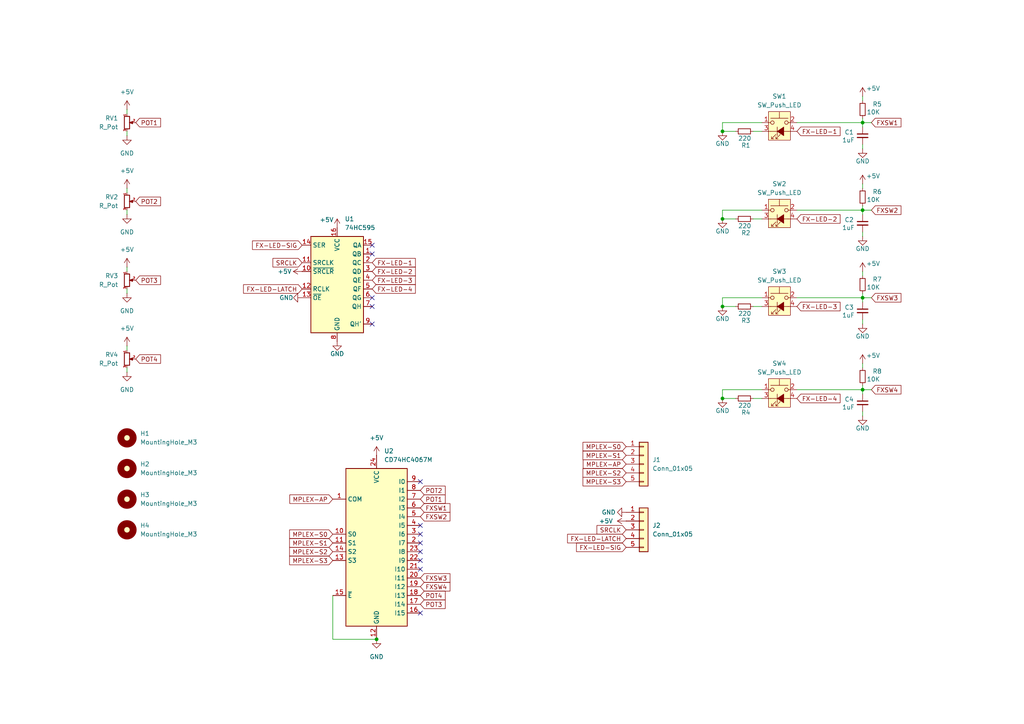
<source format=kicad_sch>
(kicad_sch (version 20231120) (generator "eeschema") (generator_version "8.0")
  (paper "A4")
  (lib_symbols
    (symbol "74xx:74HC595"
      (property "Reference" "U" (at -7.62 13.97 0))
      (property "Value" "74HC595" (at -7.62 -16.51 0))
      (symbol "74HC595_1_0"
        (pin tri_state line (at 10.16 7.62 180) (length 2.54) (name "QB") (number "1"))
        (pin input line (at -10.16 2.54 0) (length 2.54) (name "~{SRCLR}") (number "10"))
        (pin input line (at -10.16 5.08 0) (length 2.54) (name "SRCLK") (number "11"))
        (pin input line (at -10.16 -2.54 0) (length 2.54) (name "RCLK") (number "12"))
        (pin input line (at -10.16 -5.08 0) (length 2.54) (name "~{OE}") (number "13"))
        (pin input line (at -10.16 10.16 0) (length 2.54) (name "SER") (number "14"))
        (pin tri_state line (at 10.16 10.16 180) (length 2.54) (name "QA") (number "15"))
        (pin power_in line (at 0 15.24 270) (length 2.54) (name "VCC") (number "16"))
        (pin tri_state line (at 10.16 5.08 180) (length 2.54) (name "QC") (number "2"))
        (pin tri_state line (at 10.16 2.54 180) (length 2.54) (name "QD") (number "3"))
        (pin tri_state line (at 10.16 0 180) (length 2.54) (name "QE") (number "4"))
        (pin tri_state line (at 10.16 -2.54 180) (length 2.54) (name "QF") (number "5"))
        (pin tri_state line (at 10.16 -5.08 180) (length 2.54) (name "QG") (number "6"))
        (pin tri_state line (at 10.16 -7.62 180) (length 2.54) (name "QH") (number "7"))
        (pin power_in line (at 0 -17.78 90) (length 2.54) (name "GND") (number "8"))
        (pin output line (at 10.16 -12.7 180) (length 2.54) (name "QH'") (number "9"))
      )
      (symbol "74HC595_1_1"
        (rectangle (start -7.62 12.7) (end 7.62 -15.24) (stroke (width 0.254)) (fill (type background)))
      )
    )
    (symbol "74xx:CD74HC4067M"
      (property "Reference" "U" (at -8.89 22.86 0))
      (property "Value" "CD74HC4067M" (at 1.27 22.86 0))
      (symbol "CD74HC4067M_0_1"
        (rectangle (start -8.89 21.59) (end 8.89 -24.13) (stroke (width 0.254)) (fill (type background)))
      )
      (symbol "CD74HC4067M_1_1"
        (pin passive line (at -12.7 12.7 0) (length 3.81) (name "COM") (number "1"))
        (pin input line (at -12.7 2.54 0) (length 3.81) (name "S0") (number "10"))
        (pin input line (at -12.7 0 0) (length 3.81) (name "S1") (number "11"))
        (pin power_in line (at 0 -27.94 90) (length 3.81) (name "GND") (number "12"))
        (pin input line (at -12.7 -5.08 0) (length 3.81) (name "S3") (number "13"))
        (pin input line (at -12.7 -2.54 0) (length 3.81) (name "S2") (number "14"))
        (pin input line (at -12.7 -15.24 0) (length 3.81) (name "~{E}") (number "15"))
        (pin passive line (at 12.7 -20.32 180) (length 3.81) (name "I15") (number "16"))
        (pin passive line (at 12.7 -17.78 180) (length 3.81) (name "I14") (number "17"))
        (pin passive line (at 12.7 -15.24 180) (length 3.81) (name "I13") (number "18"))
        (pin passive line (at 12.7 -12.7 180) (length 3.81) (name "I12") (number "19"))
        (pin passive line (at 12.7 0 180) (length 3.81) (name "I7") (number "2"))
        (pin passive line (at 12.7 -10.16 180) (length 3.81) (name "I11") (number "20"))
        (pin passive line (at 12.7 -7.62 180) (length 3.81) (name "I10") (number "21"))
        (pin passive line (at 12.7 -5.08 180) (length 3.81) (name "I9") (number "22"))
        (pin passive line (at 12.7 -2.54 180) (length 3.81) (name "I8") (number "23"))
        (pin power_in line (at 0 25.4 270) (length 3.81) (name "VCC") (number "24"))
        (pin passive line (at 12.7 2.54 180) (length 3.81) (name "I6") (number "3"))
        (pin passive line (at 12.7 5.08 180) (length 3.81) (name "I5") (number "4"))
        (pin passive line (at 12.7 7.62 180) (length 3.81) (name "I4") (number "5"))
        (pin passive line (at 12.7 10.16 180) (length 3.81) (name "I3") (number "6"))
        (pin passive line (at 12.7 12.7 180) (length 3.81) (name "I2") (number "7"))
        (pin passive line (at 12.7 15.24 180) (length 3.81) (name "I1") (number "8"))
        (pin passive line (at 12.7 17.78 180) (length 3.81) (name "I0") (number "9"))
      )
    )
    (symbol "Connector_Generic:Conn_01x05" (pin_names (offset 1.016) hide)
      (property "Reference" "J" (at 0 7.62 0))
      (property "Value" "Conn_01x05" (at 0 -7.62 0))
      (symbol "Conn_01x05_1_1"
        (rectangle (start -1.27 -4.953) (end 0 -5.207) (stroke (width 0.1524)))
        (rectangle (start -1.27 -2.413) (end 0 -2.667) (stroke (width 0.1524)))
        (rectangle (start -1.27 0.127) (end 0 -0.127) (stroke (width 0.1524)))
        (rectangle (start -1.27 2.667) (end 0 2.413) (stroke (width 0.1524)))
        (rectangle (start -1.27 5.207) (end 0 4.953) (stroke (width 0.1524)))
        (rectangle (start -1.27 6.35) (end 1.27 -6.35) (stroke (width 0.254)) (fill (type background)))
        (pin passive line (at -5.08 5.08 0) (length 3.81) (name "Pin_1") (number "1"))
        (pin passive line (at -5.08 2.54 0) (length 3.81) (name "Pin_2") (number "2"))
        (pin passive line (at -5.08 0 0) (length 3.81) (name "Pin_3") (number "3"))
        (pin passive line (at -5.08 -2.54 0) (length 3.81) (name "Pin_4") (number "4"))
        (pin passive line (at -5.08 -5.08 0) (length 3.81) (name "Pin_5") (number "5"))
      )
    )
    (symbol "Device:C_Small" (pin_numbers hide) (pin_names (offset 0.254) hide)
      (property "Reference" "C" (at 0.254 1.778 0))
      (property "Value" "C_Small" (at 0.254 -2.032 0))
      (symbol "C_Small_0_1"
        (polyline (pts (xy -1.524 -0.508) (xy 1.524 -0.508)) (stroke (width 0.3302)))
        (polyline (pts (xy -1.524 0.508) (xy 1.524 0.508)) (stroke (width 0.3048)))
      )
      (symbol "C_Small_1_1"
        (pin passive line (at 0 2.54 270) (length 2.032) (name "~") (number "1"))
        (pin passive line (at 0 -2.54 90) (length 2.032) (name "~") (number "2"))
      )
    )
    (symbol "Device:R_Potentiometer_Small" (pin_names (offset 1.016) hide)
      (property "Reference" "RV" (at -4.445 0 90))
      (property "Value" "R_Potentiometer_Small" (at -2.54 0 90))
      (symbol "R_Potentiometer_Small_0_1"
        (polyline (pts (xy 0.889 0) (xy 0.635 0) (xy 1.651 0.381) (xy 1.651 -0.381) (xy 0.635 0) (xy 0.889 0)) (fill (type outline)))
        (rectangle (start 0.762 1.8034) (end -0.762 -1.8034) (stroke (width 0.254)))
      )
      (symbol "R_Potentiometer_Small_1_1"
        (pin passive line (at 0 2.54 270) (length 0.635) (name "1") (number "1"))
        (pin passive line (at 2.54 0 180) (length 0.9906) (name "2") (number "2"))
        (pin passive line (at 0 -2.54 90) (length 0.635) (name "3") (number "3"))
      )
    )
    (symbol "Device:R_Small" (pin_numbers hide) (pin_names (offset 0.254) hide)
      (property "Reference" "R" (at 0.762 0.508 0))
      (property "Value" "R_Small" (at 0.762 -1.016 0))
      (symbol "R_Small_0_1"
        (rectangle (start -0.762 1.778) (end 0.762 -1.778) (stroke (width 0.2032)))
      )
      (symbol "R_Small_1_1"
        (pin passive line (at 0 2.54 270) (length 0.762) (name "~") (number "1"))
        (pin passive line (at 0 -2.54 90) (length 0.762) (name "~") (number "2"))
      )
    )
    (symbol "PCM_SL_Mechanical:MountingHole_M3"
      (property "Reference" "H" (at 0 7.62 0))
      (property "Value" "MountingHole_M3" (at 0 5.08 0))
      (symbol "MountingHole_M3_0_1"
        (circle (center 0 0) (radius 1.27) (fill (type background)))
        (circle (center 0 0) (radius 1.7961) (stroke (width 2)))
      )
    )
    (symbol "Switch:SW_Push_LED" (pin_names (offset 1.016) hide)
      (property "Reference" "SW" (at 0 7.62 0))
      (property "Value" "SW_Push_LED" (at 0 -3.81 0))
      (symbol "SW_Push_LED_0_0"
        (polyline (pts (xy -2.54 0) (xy 2.54 0)))
        (polyline (pts (xy -2.286 -2.159) (xy -1.016 -0.889)))
        (polyline (pts (xy -1.016 -2.159) (xy 0.254 -0.889)))
        (polyline (pts (xy -0.635 1.27) (xy -0.635 -1.27)))
        (polyline (pts (xy -2.286 -1.524) (xy -2.286 -2.159) (xy -1.651 -2.159)))
        (polyline (pts (xy -1.016 -1.524) (xy -1.016 -2.159) (xy -0.381 -2.159)))
        (polyline (pts (xy -0.635 0) (xy 1.27 1.27) (xy 1.27 -1.27) (xy -0.635 0)) (fill (type outline)))
      )
      (symbol "SW_Push_LED_0_1"
        (circle (center -2.032 2.54) (radius 0.508))
        (polyline (pts (xy 0 3.81) (xy 0 5.588)))
        (polyline (pts (xy 2.54 3.81) (xy -2.54 3.81)))
        (circle (center 2.032 2.54) (radius 0.508))
        (pin passive line (at -5.08 2.54 0) (length 2.54) (name "1") (number "1"))
        (pin passive line (at 5.08 2.54 180) (length 2.54) (name "2") (number "2"))
        (pin passive line (at -5.08 0 0) (length 2.54) (name "K") (number "3"))
        (pin passive line (at 5.08 0 180) (length 2.54) (name "A") (number "4"))
      )
      (symbol "SW_Push_LED_1_1"
        (rectangle (start -3.175 5.715) (end 3.175 -2.54) (fill (type background)))
      )
    )
    (symbol "power:+5V" (power) (pin_numbers hide) (pin_names (offset 0) hide)
      (property "Value" "+5V" (at 0 3.556 0))
      (symbol "+5V_0_1"
        (polyline (pts (xy -0.762 1.27) (xy 0 2.54)))
        (polyline (pts (xy 0 0) (xy 0 2.54)))
        (polyline (pts (xy 0 2.54) (xy 0.762 1.27)))
      )
      (symbol "+5V_1_1"
        (pin power_in line (at 0 0 90) (length 0) (name "~") (number "1"))
      )
    )
    (symbol "power:GND" (power) (pin_numbers hide) (pin_names (offset 0) hide)
      (property "Value" "GND" (at 0 -3.81 0))
      (symbol "GND_0_1"
        (polyline (pts (xy 0 0) (xy 0 -1.27) (xy 1.27 -1.27) (xy 0 -2.54) (xy -1.27 -1.27) (xy 0 -1.27)))
      )
      (symbol "GND_1_1"
        (pin power_in line (at 0 0 270) (length 0) (name "~") (number "1"))
      )
    )
  )
  (junction (at 250.19 113.03))
  (junction (at 250.19 35.56))
  (junction (at 250.19 86.36))
  (junction (at 250.19 60.96))
  (junction (at 209.55 115.57))
  (junction (at 209.55 38.1))
  (junction (at 209.55 63.5))
  (junction (at 209.55 88.9))
  (junction (at 109.22 185.42))
  (no_connect (at 121.92 154.94))
  (no_connect (at 121.92 157.48))
  (no_connect (at 107.95 71.12))
  (no_connect (at 107.95 86.36))
  (no_connect (at 107.95 88.9))
  (no_connect (at 121.92 165.1))
  (no_connect (at 121.92 160.02))
  (no_connect (at 107.95 93.98))
  (no_connect (at 107.95 73.66))
  (no_connect (at 121.92 162.56))
  (no_connect (at 121.92 152.4))
  (no_connect (at 121.92 139.7))
  (no_connect (at 121.92 177.8))
  (wire (pts (xy 252.73 113.03) (xy 250.19 113.03)))
  (wire (pts (xy 250.19 86.36) (xy 250.19 85.09)))
  (wire (pts (xy 220.98 86.36) (xy 209.55 86.36)))
  (wire (pts (xy 252.73 86.36) (xy 250.19 86.36)))
  (wire (pts (xy 36.83 83.82) (xy 36.83 85.09)))
  (wire (pts (xy 96.52 172.72) (xy 96.52 185.42)))
  (wire (pts (xy 209.55 88.9) (xy 213.36 88.9)))
  (wire (pts (xy 209.55 35.56) (xy 209.55 38.1)))
  (wire (pts (xy 250.19 114.3) (xy 250.19 113.03)))
  (wire (pts (xy 252.73 60.96) (xy 250.19 60.96)))
  (wire (pts (xy 209.55 60.96) (xy 209.55 63.5)))
  (wire (pts (xy 250.19 41.91) (xy 250.19 43.18)))
  (wire (pts (xy 36.83 54.61) (xy 36.83 55.88)))
  (wire (pts (xy 209.55 86.36) (xy 209.55 88.9)))
  (wire (pts (xy 231.14 86.36) (xy 250.19 86.36)))
  (wire (pts (xy 250.19 119.38) (xy 250.19 120.65)))
  (wire (pts (xy 36.83 106.68) (xy 36.83 107.95)))
  (wire (pts (xy 250.19 36.83) (xy 250.19 35.56)))
  (wire (pts (xy 36.83 77.47) (xy 36.83 78.74)))
  (wire (pts (xy 218.44 115.57) (xy 220.98 115.57)))
  (wire (pts (xy 250.19 62.23) (xy 250.19 60.96)))
  (wire (pts (xy 209.55 115.57) (xy 213.36 115.57)))
  (wire (pts (xy 250.19 27.94) (xy 250.19 29.21)))
  (wire (pts (xy 220.98 113.03) (xy 209.55 113.03)))
  (wire (pts (xy 36.83 38.1) (xy 36.83 39.37)))
  (wire (pts (xy 250.19 113.03) (xy 250.19 111.76)))
  (wire (pts (xy 218.44 38.1) (xy 220.98 38.1)))
  (wire (pts (xy 209.55 113.03) (xy 209.55 115.57)))
  (wire (pts (xy 220.98 60.96) (xy 209.55 60.96)))
  (wire (pts (xy 250.19 105.41) (xy 250.19 106.68)))
  (wire (pts (xy 209.55 63.5) (xy 213.36 63.5)))
  (wire (pts (xy 250.19 67.31) (xy 250.19 68.58)))
  (wire (pts (xy 252.73 35.56) (xy 250.19 35.56)))
  (wire (pts (xy 231.14 113.03) (xy 250.19 113.03)))
  (wire (pts (xy 36.83 100.33) (xy 36.83 101.6)))
  (wire (pts (xy 220.98 35.56) (xy 209.55 35.56)))
  (wire (pts (xy 218.44 88.9) (xy 220.98 88.9)))
  (wire (pts (xy 250.19 78.74) (xy 250.19 80.01)))
  (wire (pts (xy 250.19 60.96) (xy 250.19 59.69)))
  (wire (pts (xy 36.83 60.96) (xy 36.83 62.23)))
  (wire (pts (xy 250.19 53.34) (xy 250.19 54.61)))
  (wire (pts (xy 231.14 60.96) (xy 250.19 60.96)))
  (wire (pts (xy 96.52 185.42) (xy 109.22 185.42)))
  (wire (pts (xy 231.14 35.56) (xy 250.19 35.56)))
  (wire (pts (xy 218.44 63.5) (xy 220.98 63.5)))
  (wire (pts (xy 209.55 38.1) (xy 213.36 38.1)))
  (wire (pts (xy 250.19 92.71) (xy 250.19 93.98)))
  (wire (pts (xy 250.19 35.56) (xy 250.19 34.29)))
  (wire (pts (xy 250.19 87.63) (xy 250.19 86.36)))
  (wire (pts (xy 36.83 31.75) (xy 36.83 33.02)))
  (global_label "MPLEX-S1" (shape input) (at 181.61 132.08 180) (property "Intersheetrefs" "${INTERSHEET_REFS}" (effects (hide yes))))
  (global_label "MPLEX-S3" (shape input) (at 96.52 162.56 180) (property "Intersheetrefs" "${INTERSHEET_REFS}" (effects (hide yes))))
  (global_label "FX-LED-3" (shape input) (at 107.95 81.28 0) (property "Intersheetrefs" "${INTERSHEET_REFS}" (effects (hide yes))))
  (global_label "MPLEX-S2" (shape input) (at 96.52 160.02 180) (property "Intersheetrefs" "${INTERSHEET_REFS}" (effects (hide yes))))
  (global_label "FX-LED-LATCH" (shape input) (at 87.63 83.82 180) (property "Intersheetrefs" "${INTERSHEET_REFS}" (effects (hide yes))))
  (global_label "FX-LED-2" (shape input) (at 231.14 63.5 0) (property "Intersheetrefs" "${INTERSHEET_REFS}" (effects (hide yes))))
  (global_label "MPLEX-S2" (shape input) (at 181.61 137.16 180) (property "Intersheetrefs" "${INTERSHEET_REFS}" (effects (hide yes))))
  (global_label "MPLEX-S0" (shape input) (at 96.52 154.94 180) (property "Intersheetrefs" "${INTERSHEET_REFS}" (effects (hide yes))))
  (global_label "FXSW3" (shape input) (at 252.73 86.36 0) (property "Intersheetrefs" "${INTERSHEET_REFS}" (effects (hide yes))))
  (global_label "FXSW2" (shape input) (at 121.92 149.86 0) (property "Intersheetrefs" "${INTERSHEET_REFS}" (effects (hide yes))))
  (global_label "FXSW4" (shape input) (at 252.73 113.03 0) (property "Intersheetrefs" "${INTERSHEET_REFS}" (effects (hide yes))))
  (global_label "POT3" (shape input) (at 121.92 175.26 0) (property "Intersheetrefs" "${INTERSHEET_REFS}" (effects (hide yes))))
  (global_label "POT2" (shape input) (at 121.92 142.24 0) (property "Intersheetrefs" "${INTERSHEET_REFS}" (effects (hide yes))))
  (global_label "MPLEX-AP" (shape input) (at 96.52 144.78 180) (property "Intersheetrefs" "${INTERSHEET_REFS}" (effects (hide yes))))
  (global_label "FX-LED-LATCH" (shape input) (at 181.61 156.21 180) (property "Intersheetrefs" "${INTERSHEET_REFS}" (effects (hide yes))))
  (global_label "FX-LED-SIG" (shape input) (at 87.63 71.12 180) (property "Intersheetrefs" "${INTERSHEET_REFS}" (effects (hide yes))))
  (global_label "FX-LED-1" (shape input) (at 107.95 76.2 0) (property "Intersheetrefs" "${INTERSHEET_REFS}" (effects (hide yes))))
  (global_label "FXSW4" (shape input) (at 121.92 170.18 0) (property "Intersheetrefs" "${INTERSHEET_REFS}" (effects (hide yes))))
  (global_label "MPLEX-S0" (shape input) (at 181.61 129.54 180) (property "Intersheetrefs" "${INTERSHEET_REFS}" (effects (hide yes))))
  (global_label "SRCLK" (shape input) (at 87.63 76.2 180) (property "Intersheetrefs" "${INTERSHEET_REFS}" (effects (hide yes))))
  (global_label "POT1" (shape input) (at 39.37 35.56 0) (property "Intersheetrefs" "${INTERSHEET_REFS}" (effects (hide yes))))
  (global_label "MPLEX-AP" (shape input) (at 181.61 134.62 180) (property "Intersheetrefs" "${INTERSHEET_REFS}" (effects (hide yes))))
  (global_label "SRCLK" (shape input) (at 181.61 153.67 180) (property "Intersheetrefs" "${INTERSHEET_REFS}" (effects (hide yes))))
  (global_label "FX-LED-1" (shape input) (at 231.14 38.1 0) (property "Intersheetrefs" "${INTERSHEET_REFS}" (effects (hide yes))))
  (global_label "POT2" (shape input) (at 39.37 58.42 0) (property "Intersheetrefs" "${INTERSHEET_REFS}" (effects (hide yes))))
  (global_label "MPLEX-S3" (shape input) (at 181.61 139.7 180) (property "Intersheetrefs" "${INTERSHEET_REFS}" (effects (hide yes))))
  (global_label "POT3" (shape input) (at 39.37 81.28 0) (property "Intersheetrefs" "${INTERSHEET_REFS}" (effects (hide yes))))
  (global_label "FX-LED-SIG" (shape input) (at 181.61 158.75 180) (property "Intersheetrefs" "${INTERSHEET_REFS}" (effects (hide yes))))
  (global_label "FXSW2" (shape input) (at 252.73 60.96 0) (property "Intersheetrefs" "${INTERSHEET_REFS}" (effects (hide yes))))
  (global_label "FX-LED-3" (shape input) (at 231.14 88.9 0) (property "Intersheetrefs" "${INTERSHEET_REFS}" (effects (hide yes))))
  (global_label "FX-LED-4" (shape input) (at 231.14 115.57 0) (property "Intersheetrefs" "${INTERSHEET_REFS}" (effects (hide yes))))
  (global_label "POT4" (shape input) (at 121.92 172.72 0) (property "Intersheetrefs" "${INTERSHEET_REFS}" (effects (hide yes))))
  (global_label "FX-LED-4" (shape input) (at 107.95 83.82 0) (property "Intersheetrefs" "${INTERSHEET_REFS}" (effects (hide yes))))
  (global_label "FXSW1" (shape input) (at 121.92 147.32 0) (property "Intersheetrefs" "${INTERSHEET_REFS}" (effects (hide yes))))
  (global_label "POT1" (shape input) (at 121.92 144.78 0) (property "Intersheetrefs" "${INTERSHEET_REFS}" (effects (hide yes))))
  (global_label "FXSW1" (shape input) (at 252.73 35.56 0) (property "Intersheetrefs" "${INTERSHEET_REFS}" (effects (hide yes))))
  (global_label "FX-LED-2" (shape input) (at 107.95 78.74 0) (property "Intersheetrefs" "${INTERSHEET_REFS}" (effects (hide yes))))
  (global_label "FXSW3" (shape input) (at 121.92 167.64 0) (property "Intersheetrefs" "${INTERSHEET_REFS}" (effects (hide yes))))
  (global_label "POT4" (shape input) (at 39.37 104.14 0) (property "Intersheetrefs" "${INTERSHEET_REFS}" (effects (hide yes))))
  (global_label "MPLEX-S1" (shape input) (at 96.52 157.48 180) (property "Intersheetrefs" "${INTERSHEET_REFS}" (effects (hide yes))))
  (symbol (lib_id "PCM_SL_Mechanical:MountingHole_M3") (at 36.83 153.67 0) (unit 1)
    (property "Reference" "H4" (at 40.64 152.3999 0) (effects (justify left)))
    (property "Value" "MountingHole_M3" (at 40.64 154.9399 0) (effects (justify left)))
    (property "Footprint" "MountingHole:MountingHole_3.2mm_M3" (effects (hide yes)))
    (property "Description" "3.2mm Diameter Mounting Hole (M3)" (effects (hide yes)))
  )
  (symbol (lib_id "PCM_SL_Mechanical:MountingHole_M3") (at 36.83 127 0) (unit 1)
    (property "Reference" "H1" (at 40.64 125.7299 0) (effects (justify left)))
    (property "Value" "MountingHole_M3" (at 40.64 128.2699 0) (effects (justify left)))
    (property "Footprint" "MountingHole:MountingHole_3.2mm_M3" (effects (hide yes)))
    (property "Description" "3.2mm Diameter Mounting Hole (M3)" (effects (hide yes)))
  )
  (symbol (lib_id "power:+5V") (at 36.83 54.61 0) (unit 1)
    (property "Reference" "#PWR03" (effects (hide yes)))
    (property "Value" "+5V" (at 36.83 49.53 0))
    (property "Description" "Power symbol creates a global label with name \"+5V\"" (effects (hide yes)))
  )
  (symbol (lib_id "power:GND") (at 250.19 68.58 0) (unit 1)
    (property "Reference" "#PWR025" (effects (hide yes)))
    (property "Value" "GND" (at 250.19 72.136 0))
    (property "Description" "Power symbol creates a global label with name \"GND\" , ground" (effects (hide yes)))
  )
  (symbol (lib_id "power:+5V") (at 36.83 31.75 0) (unit 1)
    (property "Reference" "#PWR01" (effects (hide yes)))
    (property "Value" "+5V" (at 36.83 26.67 0))
    (property "Description" "Power symbol creates a global label with name \"+5V\"" (effects (hide yes)))
  )
  (symbol (lib_id "Device:R_Small") (at 215.9 88.9 90) (unit 1)
    (property "Reference" "R3" (at 217.678 92.964 90) (effects (justify left)))
    (property "Value" "220" (at 217.932 90.932 90) (effects (justify left)))
    (property "Footprint" "PCM_Resistor_SMD_AKL:R_1206_3216Metric_Pad1.30x1.75mm_HandSolder" (effects (hide yes)))
    (property "Description" "Resistor, small symbol" (effects (hide yes)))
  )
  (symbol (lib_id "Device:R_Potentiometer_Small") (at 36.83 104.14 0) (unit 1)
    (property "Reference" "RV4" (at 34.29 102.8699 0) (effects (justify right)))
    (property "Value" "R_Pot" (at 34.29 105.4099 0) (effects (justify right)))
    (property "Footprint" "Potentiometer_THT:Potentiometer_Bourns_PTV09A-1_Single_Vertical" (effects (hide yes)))
    (property "Description" "Potentiometer" (effects (hide yes)))
  )
  (symbol (lib_id "power:+5V") (at 97.79 66.04 0) (unit 1)
    (property "Reference" "#PWR011" (effects (hide yes)))
    (property "Value" "+5V" (at 94.742 63.754 0))
    (property "Description" "Power symbol creates a global label with name \"+5V\"" (effects (hide yes)))
  )
  (symbol (lib_id "74xx:CD74HC4067M") (at 109.22 157.48 0) (unit 1)
    (property "Reference" "U2" (at 111.4141 130.81 0) (effects (justify left)))
    (property "Value" "CD74HC4067M" (at 111.4141 133.35 0) (effects (justify left)))
    (property "Footprint" "Package_SO:SOIC-24W_7.5x15.4mm_P1.27mm" (effects (hide yes)))
    (property "Datasheet" "http://www.ti.com/lit/ds/symlink/cd74hc4067.pdf" (effects (hide yes)))
    (property "Description" "High-Speed CMOS Logic 16-Channel Analog Multiplexer/Demultiplexer, SOIC-24" (effects (hide yes)))
  )
  (symbol (lib_id "Device:R_Small") (at 250.19 31.75 0) (mirror y) (unit 1)
    (property "Reference" "R5" (at 255.778 30.226 0) (effects (justify left)))
    (property "Value" "10K" (at 255.27 32.512 0) (effects (justify left)))
    (property "Footprint" "PCM_Resistor_SMD_AKL:R_1206_3216Metric_Pad1.30x1.75mm_HandSolder" (effects (hide yes)))
    (property "Description" "Resistor, small symbol" (effects (hide yes)))
  )
  (symbol (lib_id "power:GND") (at 209.55 115.57 0) (mirror y) (unit 1)
    (property "Reference" "#PWR021" (effects (hide yes)))
    (property "Value" "GND" (at 209.55 119.126 0))
    (property "Description" "Power symbol creates a global label with name \"GND\" , ground" (effects (hide yes)))
  )
  (symbol (lib_id "power:+5V") (at 109.22 132.08 0) (unit 1)
    (property "Reference" "#PWR013" (effects (hide yes)))
    (property "Value" "+5V" (at 109.22 127 0))
    (property "Description" "Power symbol creates a global label with name \"+5V\"" (effects (hide yes)))
  )
  (symbol (lib_id "power:GND") (at 36.83 107.95 0) (mirror y) (unit 1)
    (property "Reference" "#PWR08" (effects (hide yes)))
    (property "Value" "GND" (at 36.83 113.03 0))
    (property "Description" "Power symbol creates a global label with name \"GND\" , ground" (effects (hide yes)))
  )
  (symbol (lib_id "power:GND") (at 36.83 39.37 0) (mirror y) (unit 1)
    (property "Reference" "#PWR02" (effects (hide yes)))
    (property "Value" "GND" (at 36.83 44.45 0))
    (property "Description" "Power symbol creates a global label with name \"GND\" , ground" (effects (hide yes)))
  )
  (symbol (lib_id "power:GND") (at 250.19 43.18 0) (unit 1)
    (property "Reference" "#PWR023" (effects (hide yes)))
    (property "Value" "GND" (at 250.19 46.736 0))
    (property "Description" "Power symbol creates a global label with name \"GND\" , ground" (effects (hide yes)))
  )
  (symbol (lib_id "power:+5V") (at 250.19 105.41 0) (mirror y) (unit 1)
    (property "Reference" "#PWR028" (effects (hide yes)))
    (property "Value" "+5V" (at 253.238 103.124 0))
    (property "Description" "Power symbol creates a global label with name \"+5V\"" (effects (hide yes)))
  )
  (symbol (lib_id "Device:C_Small") (at 250.19 64.77 0) (mirror y) (unit 1)
    (property "Reference" "C2" (at 247.65 63.754 0) (effects (justify left)))
    (property "Value" "1uF" (at 247.904 66.04 0) (effects (justify left)))
    (property "Footprint" "Capacitor_SMD:C_1206_3216Metric_Pad1.33x1.80mm_HandSolder" (effects (hide yes)))
    (property "Description" "Unpolarized capacitor, small symbol" (effects (hide yes)))
  )
  (symbol (lib_id "power:+5V") (at 181.61 151.13 90) (unit 1)
    (property "Reference" "#PWR017" (effects (hide yes)))
    (property "Value" "+5V" (at 177.8 151.1299 90) (effects (justify left)))
    (property "Description" "Power symbol creates a global label with name \"+5V\"" (effects (hide yes)))
  )
  (symbol (lib_id "Device:R_Small") (at 215.9 63.5 90) (unit 1)
    (property "Reference" "R2" (at 217.678 67.564 90) (effects (justify left)))
    (property "Value" "220" (at 217.932 65.532 90) (effects (justify left)))
    (property "Footprint" "PCM_Resistor_SMD_AKL:R_1206_3216Metric_Pad1.30x1.75mm_HandSolder" (effects (hide yes)))
    (property "Description" "Resistor, small symbol" (effects (hide yes)))
  )
  (symbol (lib_id "Device:R_Small") (at 215.9 38.1 90) (unit 1)
    (property "Reference" "R1" (at 217.678 42.164 90) (effects (justify left)))
    (property "Value" "220" (at 217.932 40.132 90) (effects (justify left)))
    (property "Footprint" "PCM_Resistor_SMD_AKL:R_1206_3216Metric_Pad1.30x1.75mm_HandSolder" (effects (hide yes)))
    (property "Description" "Resistor, small symbol" (effects (hide yes)))
  )
  (symbol (lib_id "Device:C_Small") (at 250.19 116.84 0) (mirror y) (unit 1)
    (property "Reference" "C4" (at 247.65 115.824 0) (effects (justify left)))
    (property "Value" "1uF" (at 247.904 118.11 0) (effects (justify left)))
    (property "Footprint" "Capacitor_SMD:C_1206_3216Metric_Pad1.33x1.80mm_HandSolder" (effects (hide yes)))
    (property "Description" "Unpolarized capacitor, small symbol" (effects (hide yes)))
  )
  (symbol (lib_id "Switch:SW_Push_LED") (at 226.06 115.57 0) (unit 1)
    (property "Reference" "SW4" (at 226.06 105.41 0))
    (property "Value" "SW_Push_LED" (at 226.06 107.95 0))
    (property "Footprint" "led-sw:led switch" (effects (hide yes)))
    (property "Description" "Push button switch with LED, generic" (effects (hide yes)))
  )
  (symbol (lib_id "power:+5V") (at 36.83 100.33 0) (unit 1)
    (property "Reference" "#PWR07" (effects (hide yes)))
    (property "Value" "+5V" (at 36.83 95.25 0))
    (property "Description" "Power symbol creates a global label with name \"+5V\"" (effects (hide yes)))
  )
  (symbol (lib_id "power:GND") (at 109.22 185.42 0) (mirror y) (unit 1)
    (property "Reference" "#PWR014" (effects (hide yes)))
    (property "Value" "GND" (at 109.22 190.5 0))
    (property "Description" "Power symbol creates a global label with name \"GND\" , ground" (effects (hide yes)))
  )
  (symbol (lib_id "power:+5V") (at 250.19 27.94 0) (mirror y) (unit 1)
    (property "Reference" "#PWR022" (effects (hide yes)))
    (property "Value" "+5V" (at 253.238 25.654 0))
    (property "Description" "Power symbol creates a global label with name \"+5V\"" (effects (hide yes)))
  )
  (symbol (lib_id "Connector_Generic:Conn_01x05") (at 186.69 134.62 0) (unit 1)
    (property "Reference" "J1" (at 189.23 133.3499 0) (effects (justify left)))
    (property "Value" "Conn_01x05" (at 189.23 135.8899 0) (effects (justify left)))
    (property "Footprint" "Connector_PinSocket_2.54mm:PinSocket_1x05_P2.54mm_Vertical" (effects (hide yes)))
    (property "Description" "Generic connector, single row, 01x05, script generated (kicad-library-utils/schlib/autogen/connector/)" (effects (hide yes)))
  )
  (symbol (lib_id "power:GND") (at 250.19 120.65 0) (unit 1)
    (property "Reference" "#PWR029" (effects (hide yes)))
    (property "Value" "GND" (at 250.19 124.206 0))
    (property "Description" "Power symbol creates a global label with name \"GND\" , ground" (effects (hide yes)))
  )
  (symbol (lib_id "Connector_Generic:Conn_01x05") (at 186.69 153.67 0) (unit 1)
    (property "Reference" "J2" (at 189.23 152.3999 0) (effects (justify left)))
    (property "Value" "Conn_01x05" (at 189.23 154.9399 0) (effects (justify left)))
    (property "Footprint" "Connector_PinSocket_2.54mm:PinSocket_1x05_P2.54mm_Vertical" (effects (hide yes)))
    (property "Description" "Generic connector, single row, 01x05, script generated (kicad-library-utils/schlib/autogen/connector/)" (effects (hide yes)))
  )
  (symbol (lib_id "Switch:SW_Push_LED") (at 226.06 63.5 0) (unit 1)
    (property "Reference" "SW2" (at 226.06 53.34 0))
    (property "Value" "SW_Push_LED" (at 226.06 55.88 0))
    (property "Footprint" "led-sw:led switch" (effects (hide yes)))
    (property "Description" "Push button switch with LED, generic" (effects (hide yes)))
  )
  (symbol (lib_id "Device:R_Potentiometer_Small") (at 36.83 35.56 0) (unit 1)
    (property "Reference" "RV1" (at 34.29 34.2899 0) (effects (justify right)))
    (property "Value" "R_Pot" (at 34.29 36.8299 0) (effects (justify right)))
    (property "Footprint" "Potentiometer_THT:Potentiometer_Bourns_PTV09A-1_Single_Vertical" (effects (hide yes)))
    (property "Description" "Potentiometer" (effects (hide yes)))
  )
  (symbol (lib_id "power:+5V") (at 87.63 78.74 90) (unit 1)
    (property "Reference" "#PWR09" (effects (hide yes)))
    (property "Value" "+5V" (at 82.55 78.74 90))
    (property "Description" "Power symbol creates a global label with name \"+5V\"" (effects (hide yes)))
  )
  (symbol (lib_id "power:GND") (at 97.79 99.06 0) (mirror y) (unit 1)
    (property "Reference" "#PWR012" (effects (hide yes)))
    (property "Value" "GND" (at 97.79 102.616 0))
    (property "Description" "Power symbol creates a global label with name \"GND\" , ground" (effects (hide yes)))
  )
  (symbol (lib_id "Device:R_Potentiometer_Small") (at 36.83 81.28 0) (unit 1)
    (property "Reference" "RV3" (at 34.29 80.0099 0) (effects (justify right)))
    (property "Value" "R_Pot" (at 34.29 82.5499 0) (effects (justify right)))
    (property "Footprint" "Potentiometer_THT:Potentiometer_Bourns_PTV09A-1_Single_Vertical" (effects (hide yes)))
    (property "Description" "Potentiometer" (effects (hide yes)))
  )
  (symbol (lib_id "power:GND") (at 87.63 86.36 270) (mirror x) (unit 1)
    (property "Reference" "#PWR010" (effects (hide yes)))
    (property "Value" "GND" (at 83.058 86.36 90))
    (property "Description" "Power symbol creates a global label with name \"GND\" , ground" (effects (hide yes)))
  )
  (symbol (lib_id "power:+5V") (at 36.83 77.47 0) (unit 1)
    (property "Reference" "#PWR05" (effects (hide yes)))
    (property "Value" "+5V" (at 36.83 72.39 0))
    (property "Description" "Power symbol creates a global label with name \"+5V\"" (effects (hide yes)))
  )
  (symbol (lib_id "power:+5V") (at 250.19 78.74 0) (mirror y) (unit 1)
    (property "Reference" "#PWR026" (effects (hide yes)))
    (property "Value" "+5V" (at 253.238 76.454 0))
    (property "Description" "Power symbol creates a global label with name \"+5V\"" (effects (hide yes)))
  )
  (symbol (lib_id "Device:R_Potentiometer_Small") (at 36.83 58.42 0) (unit 1)
    (property "Reference" "RV2" (at 34.29 57.1499 0) (effects (justify right)))
    (property "Value" "R_Pot" (at 34.29 59.6899 0) (effects (justify right)))
    (property "Footprint" "Potentiometer_THT:Potentiometer_Bourns_PTV09A-1_Single_Vertical" (effects (hide yes)))
    (property "Description" "Potentiometer" (effects (hide yes)))
  )
  (symbol (lib_id "power:+5V") (at 250.19 53.34 0) (mirror y) (unit 1)
    (property "Reference" "#PWR024" (effects (hide yes)))
    (property "Value" "+5V" (at 253.238 51.054 0))
    (property "Description" "Power symbol creates a global label with name \"+5V\"" (effects (hide yes)))
  )
  (symbol (lib_id "Device:R_Small") (at 215.9 115.57 90) (unit 1)
    (property "Reference" "R4" (at 217.678 119.634 90) (effects (justify left)))
    (property "Value" "220" (at 217.932 117.602 90) (effects (justify left)))
    (property "Footprint" "PCM_Resistor_SMD_AKL:R_1206_3216Metric_Pad1.30x1.75mm_HandSolder" (effects (hide yes)))
    (property "Description" "Resistor, small symbol" (effects (hide yes)))
  )
  (symbol (lib_id "power:GND") (at 209.55 63.5 0) (mirror y) (unit 1)
    (property "Reference" "#PWR019" (effects (hide yes)))
    (property "Value" "GND" (at 209.55 67.056 0))
    (property "Description" "Power symbol creates a global label with name \"GND\" , ground" (effects (hide yes)))
  )
  (symbol (lib_id "power:GND") (at 250.19 93.98 0) (unit 1)
    (property "Reference" "#PWR027" (effects (hide yes)))
    (property "Value" "GND" (at 250.19 97.536 0))
    (property "Description" "Power symbol creates a global label with name \"GND\" , ground" (effects (hide yes)))
  )
  (symbol (lib_id "power:GND") (at 181.61 148.59 270) (mirror x) (unit 1)
    (property "Reference" "#PWR016" (effects (hide yes)))
    (property "Value" "GND" (at 176.53 148.59 90))
    (property "Description" "Power symbol creates a global label with name \"GND\" , ground" (effects (hide yes)))
  )
  (symbol (lib_id "Device:C_Small") (at 250.19 90.17 0) (mirror y) (unit 1)
    (property "Reference" "C3" (at 247.65 89.154 0) (effects (justify left)))
    (property "Value" "1uF" (at 247.904 91.44 0) (effects (justify left)))
    (property "Footprint" "Capacitor_SMD:C_1206_3216Metric_Pad1.33x1.80mm_HandSolder" (effects (hide yes)))
    (property "Description" "Unpolarized capacitor, small symbol" (effects (hide yes)))
  )
  (symbol (lib_id "Device:R_Small") (at 250.19 109.22 0) (mirror y) (unit 1)
    (property "Reference" "R8" (at 255.778 107.696 0) (effects (justify left)))
    (property "Value" "10K" (at 255.27 109.982 0) (effects (justify left)))
    (property "Footprint" "PCM_Resistor_SMD_AKL:R_1206_3216Metric_Pad1.30x1.75mm_HandSolder" (effects (hide yes)))
    (property "Description" "Resistor, small symbol" (effects (hide yes)))
  )
  (symbol (lib_id "power:GND") (at 36.83 85.09 0) (mirror y) (unit 1)
    (property "Reference" "#PWR06" (effects (hide yes)))
    (property "Value" "GND" (at 36.83 90.17 0))
    (property "Description" "Power symbol creates a global label with name \"GND\" , ground" (effects (hide yes)))
  )
  (symbol (lib_id "Device:C_Small") (at 250.19 39.37 0) (mirror y) (unit 1)
    (property "Reference" "C1" (at 247.65 38.354 0) (effects (justify left)))
    (property "Value" "1uF" (at 247.904 40.64 0) (effects (justify left)))
    (property "Footprint" "Capacitor_SMD:C_1206_3216Metric_Pad1.33x1.80mm_HandSolder" (effects (hide yes)))
    (property "Description" "Unpolarized capacitor, small symbol" (effects (hide yes)))
  )
  (symbol (lib_id "power:GND") (at 36.83 62.23 0) (mirror y) (unit 1)
    (property "Reference" "#PWR04" (effects (hide yes)))
    (property "Value" "GND" (at 36.83 67.31 0))
    (property "Description" "Power symbol creates a global label with name \"GND\" , ground" (effects (hide yes)))
  )
  (symbol (lib_id "Device:R_Small") (at 250.19 57.15 0) (mirror y) (unit 1)
    (property "Reference" "R6" (at 255.778 55.626 0) (effects (justify left)))
    (property "Value" "10K" (at 255.27 57.912 0) (effects (justify left)))
    (property "Footprint" "PCM_Resistor_SMD_AKL:R_1206_3216Metric_Pad1.30x1.75mm_HandSolder" (effects (hide yes)))
    (property "Description" "Resistor, small symbol" (effects (hide yes)))
  )
  (symbol (lib_id "Switch:SW_Push_LED") (at 226.06 88.9 0) (unit 1)
    (property "Reference" "SW3" (at 226.06 78.74 0))
    (property "Value" "SW_Push_LED" (at 226.06 81.28 0))
    (property "Footprint" "led-sw:led switch" (effects (hide yes)))
    (property "Description" "Push button switch with LED, generic" (effects (hide yes)))
  )
  (symbol (lib_id "power:GND") (at 209.55 38.1 0) (mirror y) (unit 1)
    (property "Reference" "#PWR018" (effects (hide yes)))
    (property "Value" "GND" (at 209.55 41.656 0))
    (property "Description" "Power symbol creates a global label with name \"GND\" , ground" (effects (hide yes)))
  )
  (symbol (lib_id "Switch:SW_Push_LED") (at 226.06 38.1 0) (unit 1)
    (property "Reference" "SW1" (at 226.06 27.94 0))
    (property "Value" "SW_Push_LED" (at 226.06 30.48 0))
    (property "Footprint" "led-sw:led switch" (effects (hide yes)))
    (property "Description" "Push button switch with LED, generic" (effects (hide yes)))
  )
  (symbol (lib_id "PCM_SL_Mechanical:MountingHole_M3") (at 36.83 135.89 0) (unit 1)
    (property "Reference" "H2" (at 40.64 134.6199 0) (effects (justify left)))
    (property "Value" "MountingHole_M3" (at 40.64 137.1599 0) (effects (justify left)))
    (property "Footprint" "MountingHole:MountingHole_3.2mm_M3" (effects (hide yes)))
    (property "Description" "3.2mm Diameter Mounting Hole (M3)" (effects (hide yes)))
  )
  (symbol (lib_id "power:GND") (at 209.55 88.9 0) (mirror y) (unit 1)
    (property "Reference" "#PWR020" (effects (hide yes)))
    (property "Value" "GND" (at 209.55 92.456 0))
    (property "Description" "Power symbol creates a global label with name \"GND\" , ground" (effects (hide yes)))
  )
  (symbol (lib_id "74xx:74HC595") (at 97.79 81.28 0) (unit 1)
    (property "Reference" "U1" (at 99.9841 63.5 0) (effects (justify left)))
    (property "Value" "74HC595" (at 99.9841 66.04 0) (effects (justify left)))
    (property "Footprint" "Package_SO:SOIC-16_3.9x9.9mm_P1.27mm" (effects (hide yes)))
    (property "Datasheet" "http://www.ti.com/lit/ds/symlink/sn74hc595.pdf" (effects (hide yes)))
    (property "Description" "8-bit serial in/out Shift Register 3-State Outputs" (effects (hide yes)))
  )
  (symbol (lib_id "PCM_SL_Mechanical:MountingHole_M3") (at 36.83 144.78 0) (unit 1)
    (property "Reference" "H3" (at 40.64 143.5099 0) (effects (justify left)))
    (property "Value" "MountingHole_M3" (at 40.64 146.0499 0) (effects (justify left)))
    (property "Footprint" "MountingHole:MountingHole_3.2mm_M3" (effects (hide yes)))
    (property "Description" "3.2mm Diameter Mounting Hole (M3)" (effects (hide yes)))
  )
  (symbol (lib_id "Device:R_Small") (at 250.19 82.55 0) (mirror y) (unit 1)
    (property "Reference" "R7" (at 255.778 81.026 0) (effects (justify left)))
    (property "Value" "10K" (at 255.27 83.312 0) (effects (justify left)))
    (property "Footprint" "PCM_Resistor_SMD_AKL:R_1206_3216Metric_Pad1.30x1.75mm_HandSolder" (effects (hide yes)))
    (property "Description" "Resistor, small symbol" (effects (hide yes)))
  )
)
</source>
